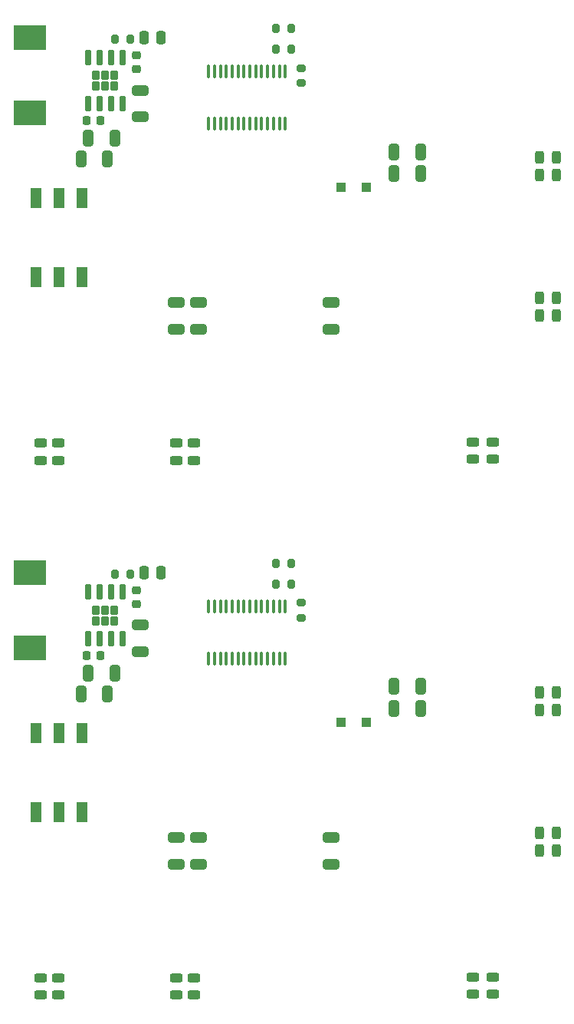
<source format=gbr>
%TF.GenerationSoftware,KiCad,Pcbnew,8.0.2+dfsg-1*%
%TF.CreationDate,2024-06-03T21:11:43+01:00*%
%TF.ProjectId,panel,70616e65-6c2e-46b6-9963-61645f706362,rev?*%
%TF.SameCoordinates,Original*%
%TF.FileFunction,Paste,Top*%
%TF.FilePolarity,Positive*%
%FSLAX46Y46*%
G04 Gerber Fmt 4.6, Leading zero omitted, Abs format (unit mm)*
G04 Created by KiCad (PCBNEW 8.0.2+dfsg-1) date 2024-06-03 21:11:43*
%MOMM*%
%LPD*%
G01*
G04 APERTURE LIST*
G04 Aperture macros list*
%AMRoundRect*
0 Rectangle with rounded corners*
0 $1 Rounding radius*
0 $2 $3 $4 $5 $6 $7 $8 $9 X,Y pos of 4 corners*
0 Add a 4 corners polygon primitive as box body*
4,1,4,$2,$3,$4,$5,$6,$7,$8,$9,$2,$3,0*
0 Add four circle primitives for the rounded corners*
1,1,$1+$1,$2,$3*
1,1,$1+$1,$4,$5*
1,1,$1+$1,$6,$7*
1,1,$1+$1,$8,$9*
0 Add four rect primitives between the rounded corners*
20,1,$1+$1,$2,$3,$4,$5,0*
20,1,$1+$1,$4,$5,$6,$7,0*
20,1,$1+$1,$6,$7,$8,$9,0*
20,1,$1+$1,$8,$9,$2,$3,0*%
G04 Aperture macros list end*
%ADD10RoundRect,0.200000X0.275000X-0.200000X0.275000X0.200000X-0.275000X0.200000X-0.275000X-0.200000X0*%
%ADD11RoundRect,0.200000X-0.200000X-0.275000X0.200000X-0.275000X0.200000X0.275000X-0.200000X0.275000X0*%
%ADD12R,3.600000X2.700000*%
%ADD13RoundRect,0.250000X0.650000X-0.325000X0.650000X0.325000X-0.650000X0.325000X-0.650000X-0.325000X0*%
%ADD14RoundRect,0.222500X0.222500X-0.297500X0.222500X0.297500X-0.222500X0.297500X-0.222500X-0.297500X0*%
%ADD15RoundRect,0.150000X0.150000X-0.737500X0.150000X0.737500X-0.150000X0.737500X-0.150000X-0.737500X0*%
%ADD16RoundRect,0.250000X-0.250000X-0.475000X0.250000X-0.475000X0.250000X0.475000X-0.250000X0.475000X0*%
%ADD17RoundRect,0.243750X0.456250X-0.243750X0.456250X0.243750X-0.456250X0.243750X-0.456250X-0.243750X0*%
%ADD18RoundRect,0.250000X-0.325000X-0.650000X0.325000X-0.650000X0.325000X0.650000X-0.325000X0.650000X0*%
%ADD19R,1.200000X2.250000*%
%ADD20RoundRect,0.243750X0.243750X0.456250X-0.243750X0.456250X-0.243750X-0.456250X0.243750X-0.456250X0*%
%ADD21R,1.100000X1.100000*%
%ADD22RoundRect,0.225000X-0.250000X0.225000X-0.250000X-0.225000X0.250000X-0.225000X0.250000X0.225000X0*%
%ADD23RoundRect,0.100000X0.100000X-0.637500X0.100000X0.637500X-0.100000X0.637500X-0.100000X-0.637500X0*%
%ADD24RoundRect,0.250000X-0.650000X0.325000X-0.650000X-0.325000X0.650000X-0.325000X0.650000X0.325000X0*%
%ADD25RoundRect,0.225000X0.225000X0.250000X-0.225000X0.250000X-0.225000X-0.250000X0.225000X-0.250000X0*%
%ADD26RoundRect,0.250000X0.325000X0.650000X-0.325000X0.650000X-0.325000X-0.650000X0.325000X-0.650000X0*%
G04 APERTURE END LIST*
D10*
%TO.C,R28*%
X152000000Y-100225000D03*
X152000000Y-98575000D03*
%TD*%
D11*
%TO.C,R39*%
X149175000Y-96500000D03*
X150825000Y-96500000D03*
%TD*%
%TO.C,R40*%
X149175000Y-35200000D03*
X150825000Y-35200000D03*
%TD*%
D12*
%TO.C,L1*%
X122000000Y-95250000D03*
X122000000Y-103550000D03*
%TD*%
D13*
%TO.C,C5*%
X134200000Y-44975000D03*
X134200000Y-42025000D03*
%TD*%
D14*
%TO.C,U1*%
X129270000Y-100550000D03*
X130300000Y-100550000D03*
X131330000Y-100550000D03*
X129270000Y-99350000D03*
X130300000Y-99350000D03*
X131330000Y-99350000D03*
D15*
X128395000Y-102512500D03*
X129665000Y-102512500D03*
X130935000Y-102512500D03*
X132205000Y-102512500D03*
X132205000Y-97387500D03*
X130935000Y-97387500D03*
X129665000Y-97387500D03*
X128395000Y-97387500D03*
%TD*%
D16*
%TO.C,C22*%
X134600000Y-36200000D03*
X136500000Y-36200000D03*
%TD*%
D17*
%TO.C,D4*%
X125100000Y-82837500D03*
X125100000Y-80962500D03*
%TD*%
%TO.C,D1*%
X170900000Y-82737500D03*
X170900000Y-80862500D03*
%TD*%
D18*
%TO.C,C16*%
X162225000Y-51200000D03*
X165175000Y-51200000D03*
%TD*%
D19*
%TO.C,SW1*%
X125200000Y-112925000D03*
X122660000Y-112925000D03*
X122660000Y-121675000D03*
X125200000Y-121675000D03*
X127740000Y-112925000D03*
X127740000Y-121675000D03*
%TD*%
D20*
%TO.C,D37*%
X180137500Y-51400000D03*
X178262500Y-51400000D03*
%TD*%
D11*
%TO.C,R44*%
X131425000Y-36400000D03*
X133075000Y-36400000D03*
%TD*%
D21*
%TO.C,D15*%
X156400000Y-111700000D03*
X159200000Y-111700000D03*
%TD*%
D16*
%TO.C,C22*%
X134600000Y-95200000D03*
X136500000Y-95200000D03*
%TD*%
D17*
%TO.C,D19*%
X140100000Y-141837500D03*
X140100000Y-139962500D03*
%TD*%
D22*
%TO.C,C23*%
X133800000Y-97175000D03*
X133800000Y-98725000D03*
%TD*%
D17*
%TO.C,D29*%
X123200000Y-141837500D03*
X123200000Y-139962500D03*
%TD*%
%TO.C,D38*%
X173100000Y-141737500D03*
X173100000Y-139862500D03*
%TD*%
D23*
%TO.C,U2*%
X141750000Y-45687500D03*
X142400000Y-45687500D03*
X143050000Y-45687500D03*
X143700000Y-45687500D03*
X144350000Y-45687500D03*
X145000000Y-45687500D03*
X145650000Y-45687500D03*
X146300000Y-45687500D03*
X146950000Y-45687500D03*
X147600000Y-45687500D03*
X148250000Y-45687500D03*
X148900000Y-45687500D03*
X149550000Y-45687500D03*
X150200000Y-45687500D03*
X150200000Y-39962500D03*
X149550000Y-39962500D03*
X148900000Y-39962500D03*
X148250000Y-39962500D03*
X147600000Y-39962500D03*
X146950000Y-39962500D03*
X146300000Y-39962500D03*
X145650000Y-39962500D03*
X145000000Y-39962500D03*
X144350000Y-39962500D03*
X143700000Y-39962500D03*
X143050000Y-39962500D03*
X142400000Y-39962500D03*
X141750000Y-39962500D03*
%TD*%
D11*
%TO.C,R44*%
X131425000Y-95400000D03*
X133075000Y-95400000D03*
%TD*%
D20*
%TO.C,D30*%
X180137500Y-125900000D03*
X178262500Y-125900000D03*
%TD*%
D24*
%TO.C,C1*%
X155300000Y-65425000D03*
X155300000Y-68375000D03*
%TD*%
D11*
%TO.C,R39*%
X149175000Y-37500000D03*
X150825000Y-37500000D03*
%TD*%
D17*
%TO.C,D29*%
X123200000Y-82837500D03*
X123200000Y-80962500D03*
%TD*%
D24*
%TO.C,C11*%
X140600000Y-124425000D03*
X140600000Y-127375000D03*
%TD*%
D10*
%TO.C,R28*%
X152000000Y-41225000D03*
X152000000Y-39575000D03*
%TD*%
D24*
%TO.C,C3*%
X138200000Y-65425000D03*
X138200000Y-68375000D03*
%TD*%
%TO.C,C1*%
X155300000Y-124425000D03*
X155300000Y-127375000D03*
%TD*%
%TO.C,C3*%
X138200000Y-124425000D03*
X138200000Y-127375000D03*
%TD*%
%TO.C,C11*%
X140600000Y-65425000D03*
X140600000Y-68375000D03*
%TD*%
D17*
%TO.C,D1*%
X170900000Y-141737500D03*
X170900000Y-139862500D03*
%TD*%
D12*
%TO.C,L1*%
X122000000Y-36250000D03*
X122000000Y-44550000D03*
%TD*%
D20*
%TO.C,D5*%
X180137500Y-123900000D03*
X178262500Y-123900000D03*
%TD*%
D17*
%TO.C,D4*%
X125100000Y-141837500D03*
X125100000Y-139962500D03*
%TD*%
D18*
%TO.C,C16*%
X162225000Y-110200000D03*
X165175000Y-110200000D03*
%TD*%
D14*
%TO.C,U1*%
X129270000Y-41550000D03*
X130300000Y-41550000D03*
X131330000Y-41550000D03*
X129270000Y-40350000D03*
X130300000Y-40350000D03*
X131330000Y-40350000D03*
D15*
X128395000Y-43512500D03*
X129665000Y-43512500D03*
X130935000Y-43512500D03*
X132205000Y-43512500D03*
X132205000Y-38387500D03*
X130935000Y-38387500D03*
X129665000Y-38387500D03*
X128395000Y-38387500D03*
%TD*%
D19*
%TO.C,SW1*%
X125200000Y-53925000D03*
X122660000Y-53925000D03*
X122660000Y-62675000D03*
X125200000Y-62675000D03*
X127740000Y-53925000D03*
X127740000Y-62675000D03*
%TD*%
D18*
%TO.C,C15*%
X162225000Y-107800000D03*
X165175000Y-107800000D03*
%TD*%
D17*
%TO.C,D31*%
X138200000Y-141837500D03*
X138200000Y-139962500D03*
%TD*%
D20*
%TO.C,D20*%
X180137500Y-108400000D03*
X178262500Y-108400000D03*
%TD*%
D25*
%TO.C,C6*%
X129775000Y-45400000D03*
X128225000Y-45400000D03*
%TD*%
D11*
%TO.C,R40*%
X149175000Y-94200000D03*
X150825000Y-94200000D03*
%TD*%
D17*
%TO.C,D19*%
X140100000Y-82837500D03*
X140100000Y-80962500D03*
%TD*%
D18*
%TO.C,C14*%
X127625000Y-49600000D03*
X130575000Y-49600000D03*
%TD*%
D26*
%TO.C,C18*%
X131375000Y-106300000D03*
X128425000Y-106300000D03*
%TD*%
%TO.C,C18*%
X131375000Y-47300000D03*
X128425000Y-47300000D03*
%TD*%
D21*
%TO.C,D15*%
X156400000Y-52700000D03*
X159200000Y-52700000D03*
%TD*%
D17*
%TO.C,D31*%
X138200000Y-82837500D03*
X138200000Y-80962500D03*
%TD*%
%TO.C,D38*%
X173100000Y-82737500D03*
X173100000Y-80862500D03*
%TD*%
D18*
%TO.C,C15*%
X162225000Y-48800000D03*
X165175000Y-48800000D03*
%TD*%
D22*
%TO.C,C23*%
X133800000Y-38175000D03*
X133800000Y-39725000D03*
%TD*%
D23*
%TO.C,U2*%
X141750000Y-104687500D03*
X142400000Y-104687500D03*
X143050000Y-104687500D03*
X143700000Y-104687500D03*
X144350000Y-104687500D03*
X145000000Y-104687500D03*
X145650000Y-104687500D03*
X146300000Y-104687500D03*
X146950000Y-104687500D03*
X147600000Y-104687500D03*
X148250000Y-104687500D03*
X148900000Y-104687500D03*
X149550000Y-104687500D03*
X150200000Y-104687500D03*
X150200000Y-98962500D03*
X149550000Y-98962500D03*
X148900000Y-98962500D03*
X148250000Y-98962500D03*
X147600000Y-98962500D03*
X146950000Y-98962500D03*
X146300000Y-98962500D03*
X145650000Y-98962500D03*
X145000000Y-98962500D03*
X144350000Y-98962500D03*
X143700000Y-98962500D03*
X143050000Y-98962500D03*
X142400000Y-98962500D03*
X141750000Y-98962500D03*
%TD*%
D18*
%TO.C,C14*%
X127625000Y-108600000D03*
X130575000Y-108600000D03*
%TD*%
D25*
%TO.C,C6*%
X129775000Y-104400000D03*
X128225000Y-104400000D03*
%TD*%
D20*
%TO.C,D37*%
X180137500Y-110400000D03*
X178262500Y-110400000D03*
%TD*%
%TO.C,D20*%
X180137500Y-49400000D03*
X178262500Y-49400000D03*
%TD*%
%TO.C,D5*%
X180137500Y-64900000D03*
X178262500Y-64900000D03*
%TD*%
D13*
%TO.C,C5*%
X134200000Y-103975000D03*
X134200000Y-101025000D03*
%TD*%
D20*
%TO.C,D30*%
X180137500Y-66900000D03*
X178262500Y-66900000D03*
%TD*%
M02*

</source>
